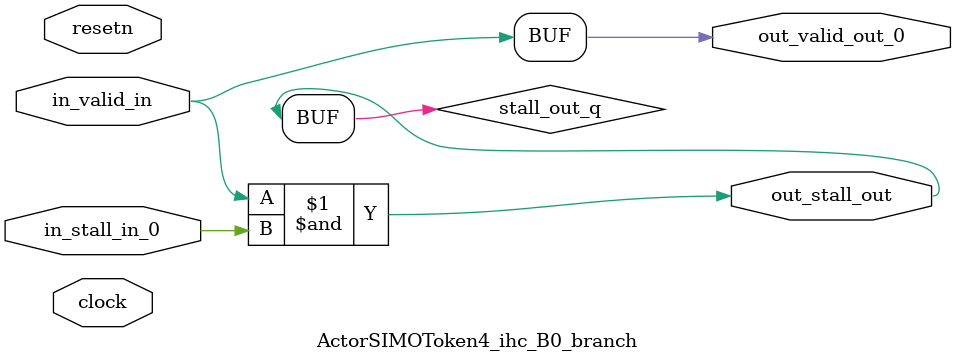
<source format=sv>



(* altera_attribute = "-name AUTO_SHIFT_REGISTER_RECOGNITION OFF; -name MESSAGE_DISABLE 10036; -name MESSAGE_DISABLE 10037; -name MESSAGE_DISABLE 14130; -name MESSAGE_DISABLE 14320; -name MESSAGE_DISABLE 15400; -name MESSAGE_DISABLE 14130; -name MESSAGE_DISABLE 10036; -name MESSAGE_DISABLE 12020; -name MESSAGE_DISABLE 12030; -name MESSAGE_DISABLE 12010; -name MESSAGE_DISABLE 12110; -name MESSAGE_DISABLE 14320; -name MESSAGE_DISABLE 13410; -name MESSAGE_DISABLE 113007; -name MESSAGE_DISABLE 10958" *)
module ActorSIMOToken4_ihc_B0_branch (
    input wire [0:0] in_stall_in_0,
    input wire [0:0] in_valid_in,
    output wire [0:0] out_stall_out,
    output wire [0:0] out_valid_out_0,
    input wire clock,
    input wire resetn
    );

    wire [0:0] stall_out_q;


    // stall_out(LOGICAL,6)
    assign stall_out_q = in_valid_in & in_stall_in_0;

    // out_stall_out(GPOUT,4)
    assign out_stall_out = stall_out_q;

    // out_valid_out_0(GPOUT,5)
    assign out_valid_out_0 = in_valid_in;

endmodule

</source>
